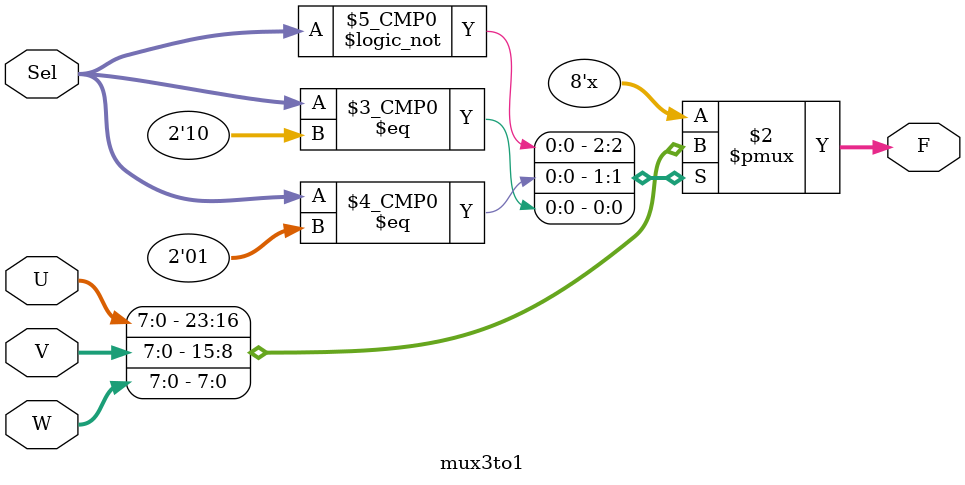
<source format=v>
module mux3to1(U, V, W, Sel, F);
  parameter k = 8;
  input [k-1:0] U, V, W;
  input [1:0] Sel;
  output reg [k-1:0] F;
  always@(U or V or W or Sel)
  begin
    case (Sel)
      2'b00: F <= U;
      2'b01: F <= V;
      2'b10: F <= W;
    endcase
  end
endmodule


</source>
